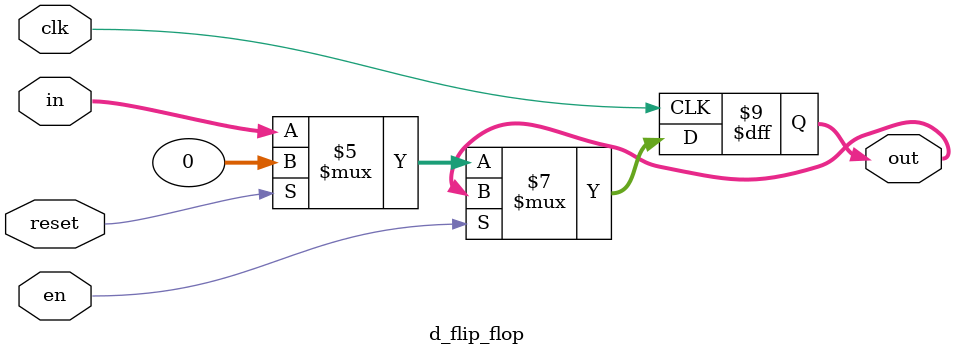
<source format=v>
module d_flip_flop #(parameter n = 32)(in,out,clk,reset,en);
input [n-1:0] in;
input clk,reset,en;
output reg [n-1:0] out;

always@(posedge clk)
	if (!en)
	begin
		if (reset)
			out <= 32'd0;
		else
			out <= in;
	end
	else
		out <= out;
endmodule
</source>
